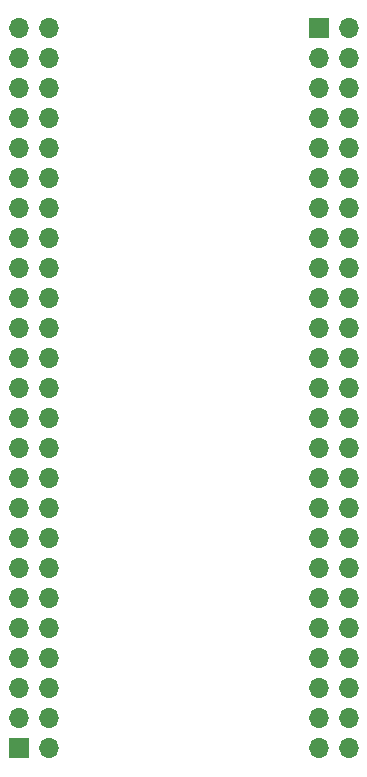
<source format=gts>
%TF.GenerationSoftware,KiCad,Pcbnew,5.1.12-84ad8e8a86~92~ubuntu20.04.1*%
%TF.CreationDate,2022-04-13T08:29:14-05:00*%
%TF.ProjectId,Twister,54776973-7465-4722-9e6b-696361645f70,rev?*%
%TF.SameCoordinates,Original*%
%TF.FileFunction,Soldermask,Top*%
%TF.FilePolarity,Negative*%
%FSLAX46Y46*%
G04 Gerber Fmt 4.6, Leading zero omitted, Abs format (unit mm)*
G04 Created by KiCad (PCBNEW 5.1.12-84ad8e8a86~92~ubuntu20.04.1) date 2022-04-13 08:29:14*
%MOMM*%
%LPD*%
G01*
G04 APERTURE LIST*
%ADD10O,1.700000X1.700000*%
%ADD11R,1.700000X1.700000*%
G04 APERTURE END LIST*
D10*
%TO.C,Je*%
X134620000Y-99060000D03*
X132080000Y-99060000D03*
X134620000Y-96520000D03*
X132080000Y-96520000D03*
X134620000Y-93980000D03*
X132080000Y-93980000D03*
X134620000Y-91440000D03*
X132080000Y-91440000D03*
X134620000Y-88900000D03*
X132080000Y-88900000D03*
X134620000Y-86360000D03*
X132080000Y-86360000D03*
X134620000Y-83820000D03*
X132080000Y-83820000D03*
X134620000Y-81280000D03*
X132080000Y-81280000D03*
X134620000Y-78740000D03*
X132080000Y-78740000D03*
X134620000Y-76200000D03*
X132080000Y-76200000D03*
X134620000Y-73660000D03*
X132080000Y-73660000D03*
X134620000Y-71120000D03*
X132080000Y-71120000D03*
X134620000Y-68580000D03*
X132080000Y-68580000D03*
X134620000Y-66040000D03*
X132080000Y-66040000D03*
X134620000Y-63500000D03*
X132080000Y-63500000D03*
X134620000Y-60960000D03*
X132080000Y-60960000D03*
X134620000Y-58420000D03*
X132080000Y-58420000D03*
X134620000Y-55880000D03*
X132080000Y-55880000D03*
X134620000Y-53340000D03*
X132080000Y-53340000D03*
X134620000Y-50800000D03*
X132080000Y-50800000D03*
X134620000Y-48260000D03*
X132080000Y-48260000D03*
X134620000Y-45720000D03*
X132080000Y-45720000D03*
X134620000Y-43180000D03*
X132080000Y-43180000D03*
X134620000Y-40640000D03*
X132080000Y-40640000D03*
X134620000Y-38100000D03*
D11*
X132080000Y-38100000D03*
%TD*%
%TO.C,J1*%
X106680000Y-99060000D03*
D10*
X109220000Y-99060000D03*
X106680000Y-96520000D03*
X109220000Y-96520000D03*
X106680000Y-93980000D03*
X109220000Y-93980000D03*
X106680000Y-91440000D03*
X109220000Y-91440000D03*
X106680000Y-88900000D03*
X109220000Y-88900000D03*
X106680000Y-86360000D03*
X109220000Y-86360000D03*
X106680000Y-83820000D03*
X109220000Y-83820000D03*
X106680000Y-81280000D03*
X109220000Y-81280000D03*
X106680000Y-78740000D03*
X109220000Y-78740000D03*
X106680000Y-76200000D03*
X109220000Y-76200000D03*
X106680000Y-73660000D03*
X109220000Y-73660000D03*
X106680000Y-71120000D03*
X109220000Y-71120000D03*
X106680000Y-68580000D03*
X109220000Y-68580000D03*
X106680000Y-66040000D03*
X109220000Y-66040000D03*
X106680000Y-63500000D03*
X109220000Y-63500000D03*
X106680000Y-60960000D03*
X109220000Y-60960000D03*
X106680000Y-58420000D03*
X109220000Y-58420000D03*
X106680000Y-55880000D03*
X109220000Y-55880000D03*
X106680000Y-53340000D03*
X109220000Y-53340000D03*
X106680000Y-50800000D03*
X109220000Y-50800000D03*
X106680000Y-48260000D03*
X109220000Y-48260000D03*
X106680000Y-45720000D03*
X109220000Y-45720000D03*
X106680000Y-43180000D03*
X109220000Y-43180000D03*
X106680000Y-40640000D03*
X109220000Y-40640000D03*
X106680000Y-38100000D03*
X109220000Y-38100000D03*
%TD*%
M02*

</source>
